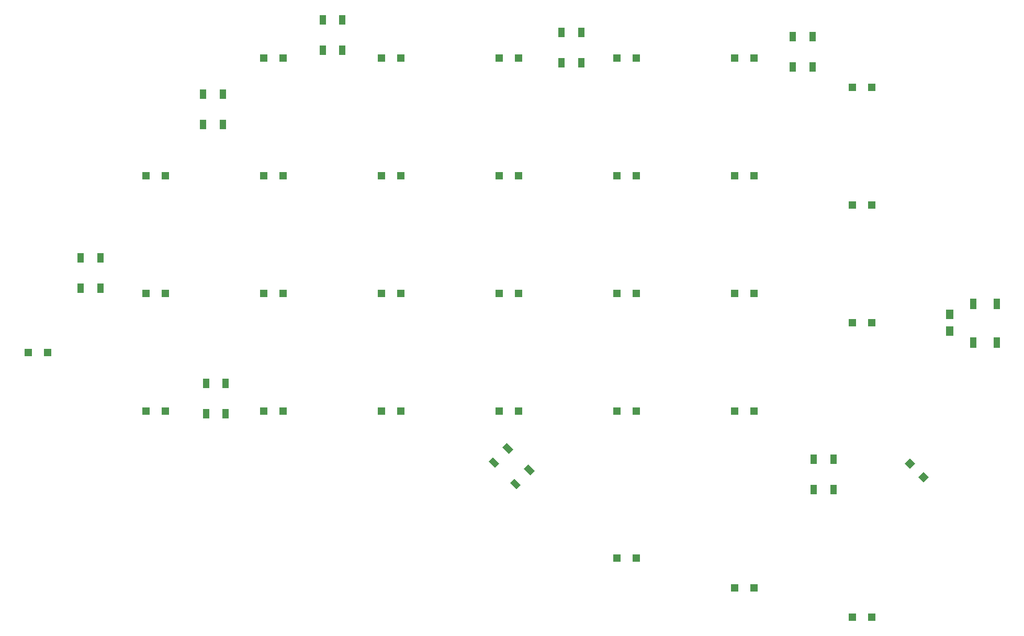
<source format=gtp>
%TF.GenerationSoftware,KiCad,Pcbnew,5.1.9*%
%TF.CreationDate,2021-04-18T16:48:49+02:00*%
%TF.ProjectId,Crystal-Zeliska,43727973-7461-46c2-9d5a-656c69736b61,rev?*%
%TF.SameCoordinates,Original*%
%TF.FileFunction,Paste,Top*%
%TF.FilePolarity,Positive*%
%FSLAX46Y46*%
G04 Gerber Fmt 4.6, Leading zero omitted, Abs format (unit mm)*
G04 Created by KiCad (PCBNEW 5.1.9) date 2021-04-18 16:48:49*
%MOMM*%
%LPD*%
G01*
G04 APERTURE LIST*
%ADD10R,1.000000X1.500000*%
%ADD11R,1.200000X1.200000*%
%ADD12C,0.100000*%
%ADD13R,1.000000X1.700000*%
%ADD14R,1.200000X1.500000*%
G04 APERTURE END LIST*
D10*
%TO.C,D37*%
X144944420Y-50478640D03*
X141744420Y-50478640D03*
X144944420Y-55378640D03*
X141744420Y-55378640D03*
%TD*%
D11*
%TO.C,D19*%
X153859420Y-92726140D03*
X150709420Y-92726140D03*
%TD*%
D12*
%TO.C,D40*%
G36*
X132219496Y-117628081D02*
G01*
X132926602Y-116920975D01*
X133987262Y-117981635D01*
X133280156Y-118688741D01*
X132219496Y-117628081D01*
G37*
G36*
X129956755Y-119890822D02*
G01*
X130663861Y-119183716D01*
X131724521Y-120244376D01*
X131017415Y-120951482D01*
X129956755Y-119890822D01*
G37*
G36*
X135684319Y-121092904D02*
G01*
X136391425Y-120385798D01*
X137452085Y-121446458D01*
X136744979Y-122153564D01*
X135684319Y-121092904D01*
G37*
G36*
X133421578Y-123355645D02*
G01*
X134128684Y-122648539D01*
X135189344Y-123709199D01*
X134482238Y-124416305D01*
X133421578Y-123355645D01*
G37*
%TD*%
D10*
%TO.C,D35*%
X182394420Y-51158640D03*
X179194420Y-51158640D03*
X182394420Y-56058640D03*
X179194420Y-56058640D03*
%TD*%
D13*
%TO.C,SW1*%
X212184420Y-94378640D03*
X212184420Y-100678640D03*
X208384420Y-94378640D03*
X208384420Y-100678640D03*
%TD*%
D10*
%TO.C,D41*%
X83804420Y-65388640D03*
X87004420Y-65388640D03*
X83804420Y-60488640D03*
X87004420Y-60488640D03*
%TD*%
%TO.C,D39*%
X106314420Y-48418640D03*
X103114420Y-48418640D03*
X106314420Y-53318640D03*
X103114420Y-53318640D03*
%TD*%
%TO.C,D38*%
X185754420Y-119538640D03*
X182554420Y-119538640D03*
X185754420Y-124438640D03*
X182554420Y-124438640D03*
%TD*%
D11*
%TO.C,D3*%
X74509420Y-111776140D03*
X77659420Y-111776140D03*
%TD*%
%TO.C,D9*%
X115759420Y-54626140D03*
X112609420Y-54626140D03*
%TD*%
%TO.C,D20*%
X153859420Y-111776140D03*
X150709420Y-111776140D03*
%TD*%
%TO.C,D21*%
X150709420Y-135588640D03*
X153859420Y-135588640D03*
%TD*%
%TO.C,D22*%
X172909420Y-54626140D03*
X169759420Y-54626140D03*
%TD*%
%TO.C,D23*%
X169759420Y-73676140D03*
X172909420Y-73676140D03*
%TD*%
%TO.C,D24*%
X172909420Y-92726140D03*
X169759420Y-92726140D03*
%TD*%
%TO.C,D25*%
X169759420Y-111776140D03*
X172909420Y-111776140D03*
%TD*%
%TO.C,D26*%
X172909420Y-140351140D03*
X169759420Y-140351140D03*
%TD*%
%TO.C,D27*%
X188809420Y-59388640D03*
X191959420Y-59388640D03*
%TD*%
%TO.C,D28*%
X191959420Y-78438640D03*
X188809420Y-78438640D03*
%TD*%
%TO.C,D29*%
X188809420Y-97488640D03*
X191959420Y-97488640D03*
%TD*%
%TO.C,D31*%
X191959420Y-145113640D03*
X188809420Y-145113640D03*
%TD*%
%TO.C,D5*%
X93559420Y-54626140D03*
X96709420Y-54626140D03*
%TD*%
D12*
%TO.C,D30*%
G36*
X199539585Y-122414833D02*
G01*
X200388113Y-121566305D01*
X201236641Y-122414833D01*
X200388113Y-123263361D01*
X199539585Y-122414833D01*
G37*
G36*
X197312199Y-120187447D02*
G01*
X198160727Y-119338919D01*
X199009255Y-120187447D01*
X198160727Y-121035975D01*
X197312199Y-120187447D01*
G37*
%TD*%
D10*
%TO.C,D42*%
X87444420Y-107298640D03*
X84244420Y-107298640D03*
X87444420Y-112198640D03*
X84244420Y-112198640D03*
%TD*%
%TO.C,D43*%
X67174420Y-86948640D03*
X63974420Y-86948640D03*
X67174420Y-91848640D03*
X63974420Y-91848640D03*
%TD*%
D11*
%TO.C,D1*%
X77659420Y-73676140D03*
X74509420Y-73676140D03*
%TD*%
%TO.C,D2*%
X74509420Y-92726140D03*
X77659420Y-92726140D03*
%TD*%
%TO.C,D4*%
X55459420Y-102251140D03*
X58609420Y-102251140D03*
%TD*%
%TO.C,D6*%
X93559420Y-73676140D03*
X96709420Y-73676140D03*
%TD*%
%TO.C,D7*%
X96709420Y-92726140D03*
X93559420Y-92726140D03*
%TD*%
%TO.C,D8*%
X96709420Y-111776140D03*
X93559420Y-111776140D03*
%TD*%
%TO.C,D10*%
X112609420Y-73676140D03*
X115759420Y-73676140D03*
%TD*%
%TO.C,D11*%
X112609420Y-92726140D03*
X115759420Y-92726140D03*
%TD*%
%TO.C,D12*%
X115759420Y-111776140D03*
X112609420Y-111776140D03*
%TD*%
%TO.C,D13*%
X134809420Y-54626140D03*
X131659420Y-54626140D03*
%TD*%
%TO.C,D14*%
X131659420Y-73676140D03*
X134809420Y-73676140D03*
%TD*%
%TO.C,D15*%
X131659420Y-92726140D03*
X134809420Y-92726140D03*
%TD*%
%TO.C,D16*%
X134809420Y-111776140D03*
X131659420Y-111776140D03*
%TD*%
%TO.C,D17*%
X153859420Y-54626140D03*
X150709420Y-54626140D03*
%TD*%
%TO.C,D18*%
X150709420Y-73676140D03*
X153859420Y-73676140D03*
%TD*%
D14*
%TO.C,R1*%
X204595670Y-96068640D03*
X204595670Y-98768640D03*
%TD*%
M02*

</source>
